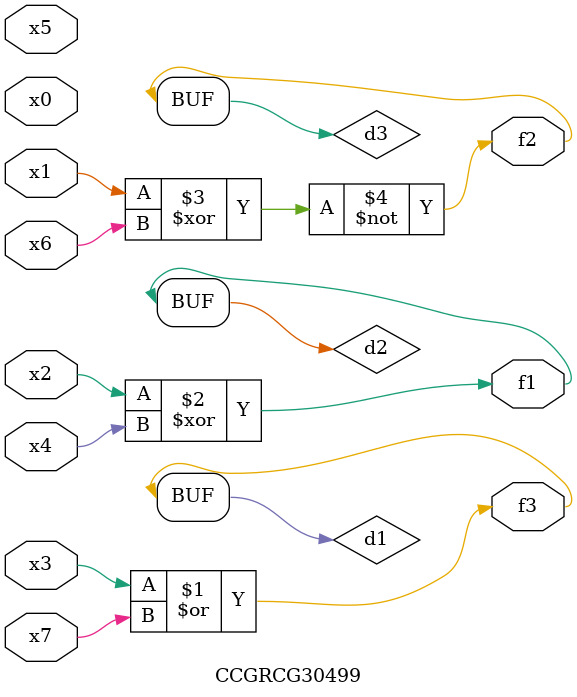
<source format=v>
module CCGRCG30499(
	input x0, x1, x2, x3, x4, x5, x6, x7,
	output f1, f2, f3
);

	wire d1, d2, d3;

	or (d1, x3, x7);
	xor (d2, x2, x4);
	xnor (d3, x1, x6);
	assign f1 = d2;
	assign f2 = d3;
	assign f3 = d1;
endmodule

</source>
